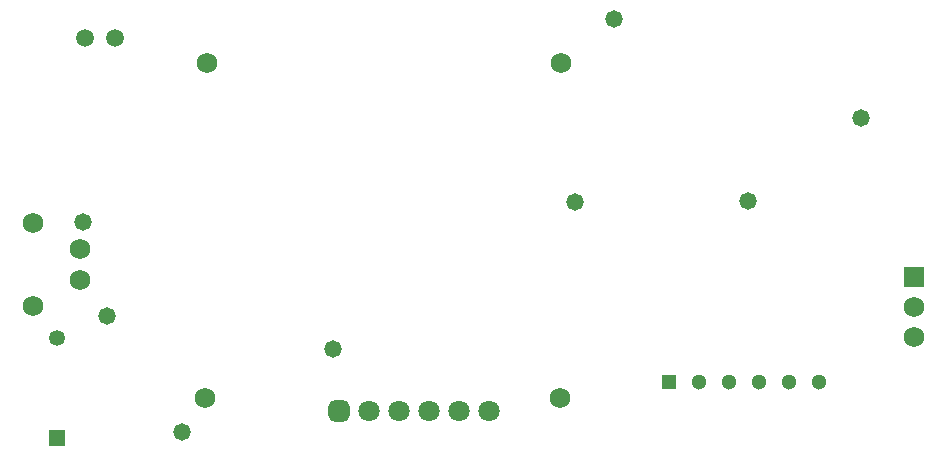
<source format=gbs>
%FSTAX23Y23*%
%MOIN*%
%SFA1B1*%

%IPPOS*%
%AMD30*
4,1,8,0.015700,0.035500,-0.015700,0.035500,-0.035500,0.015700,-0.035500,-0.015700,-0.015700,-0.035500,0.015700,-0.035500,0.035500,-0.015700,0.035500,0.015700,0.015700,0.035500,0.0*
1,1,0.039496,0.015700,0.015700*
1,1,0.039496,-0.015700,0.015700*
1,1,0.039496,-0.015700,-0.015700*
1,1,0.039496,0.015700,-0.015700*
%
%ADD21C,0.068000*%
%ADD22C,0.059181*%
%ADD23R,0.051181X0.051181*%
%ADD24C,0.051181*%
%ADD25R,0.053150X0.053150*%
%ADD26C,0.053150*%
%ADD27R,0.069023X0.069023*%
%ADD28C,0.069023*%
%ADD29C,0.070992*%
G04~CAMADD=30~8~0.0~0.0~709.9~709.9~197.5~0.0~15~0.0~0.0~0.0~0.0~0~0.0~0.0~0.0~0.0~0~0.0~0.0~0.0~0.0~709.9~709.9*
%ADD30D30*%
%ADD31C,0.058000*%
%LNpcb1-1*%
%LPD*%
G54D21*
X00092Y00485D03*
X00251Y00573D03*
Y00676D03*
X00092Y00764D03*
X01848Y00179D03*
X00667Y0018D03*
X01852Y01295D03*
X00672Y01295D03*
G54D22*
X00365Y01379D03*
X00265D03*
G54D23*
X02214Y00232D03*
G54D24*
X02314Y00232D03*
X02414D03*
X02514D03*
X02614D03*
X02714D03*
G54D25*
X00173Y00046D03*
G54D26*
X00173Y00381D03*
G54D27*
X03029Y00583D03*
G54D28*
X03029Y00483D03*
Y00383D03*
G54D29*
X01414Y00138D03*
X01214D03*
X01314D03*
X01514D03*
X01614D03*
G54D30*
X01114Y00138D03*
G54D31*
X01092Y00344D03*
X00258Y00765D03*
X00339Y00453D03*
X0059Y00068D03*
X02477Y00837D03*
X01898Y00833D03*
X02029Y01443D03*
X02852Y01114D03*
M02*
</source>
